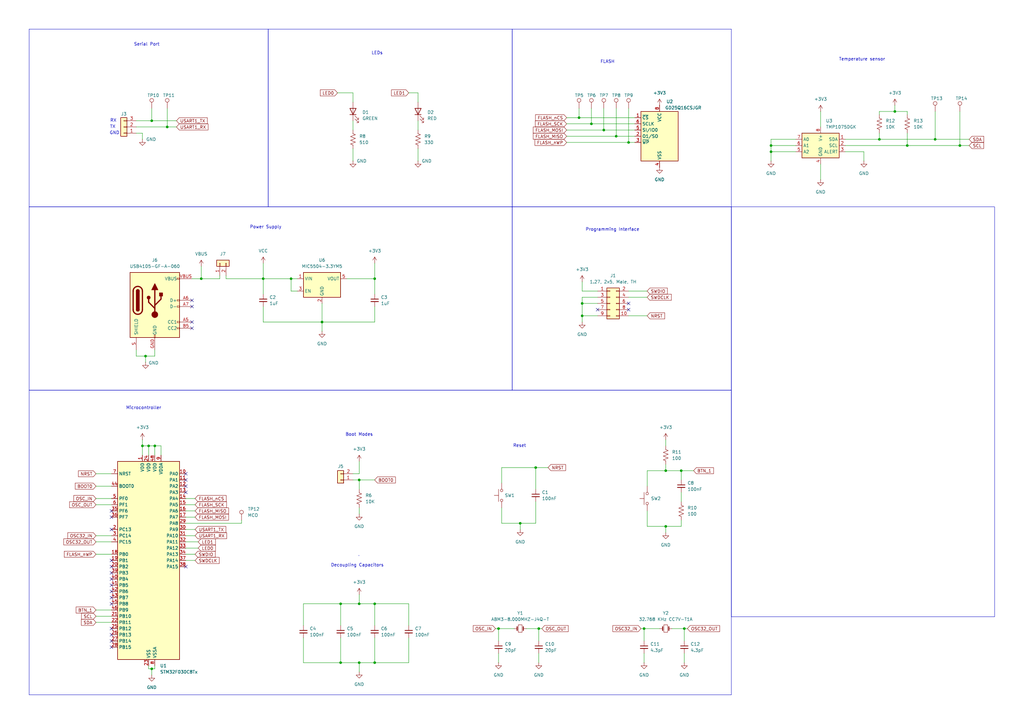
<source format=kicad_sch>
(kicad_sch (version 20250114) (generator "eeschema") (generator_version "9.0")
  (paper "A3")
  (title_block (title "Temperature Logger - TempLog - V0") (date "2025-03-17") (rev "Rev1") (company "Uri Tech"))
  (rectangle (start 109.982 11.938) (end 210.058 84.836))
  (rectangle (start 11.938 84.836) (end 210.058 160.02))
  (rectangle (start 11.938 11.938) (end 109.982 84.836))
  (rectangle (start 299.974 84.836) (end 407.924 252.984))
  (rectangle (start 11.938 160.02) (end 299.974 284.988))
  (rectangle (start 210.058 84.836) (end 299.974 160.02))
  (rectangle (start 210.058 11.938) (end 299.974 84.836))
  (text "Power Supply" (at 108.966 93.218 0) (effects (font (size 1.27 1.27))))
  (text "Programming Interface" (at 251.206 94.234 0) (effects (font (size 1.27 1.27))))
  (text "GND" (at 46.99 54.61 0) (effects (font (size 1.27 1.27))))
  (text "LEDs" (at 154.686 21.844 0) (effects (font (size 1.27 1.27))))
  (text "Microcontroller" (at 58.928 167.386 0) (effects (font (size 1.27 1.27))))
  (text "Decoupling Capacitors" (at 146.558 231.902 0) (effects (font (size 1.27 1.27))))
  (text "TX" (at 46.228 52.07 0) (effects (font (size 1.27 1.27))))
  (text "RX" (at 46.482 49.53 0) (effects (font (size 1.27 1.27))))
  (text "Boot Modes" (at 147.32 178.308 0) (effects (font (size 1.27 1.27))))
  (text "Serial Port" (at 60.198 18.288 0) (effects (font (size 1.27 1.27))))
  (text "Temperature sensor" (at 353.568 24.384 0) (effects (font (size 1.27 1.27))))
  (text "FLASH" (at 249.174 25.4 0) (effects (font (size 1.27 1.27))))
  (text "Reset" (at 213.106 182.88 0) (effects (font (size 1.27 1.27))))
  (junction (at 204.47 257.81))
  (junction (at 238.76 129.54))
  (junction (at 316.23 59.69))
  (junction (at 147.32 247.65))
  (junction (at 247.65 53.34))
  (junction (at 238.76 124.46))
  (junction (at 393.7 59.69))
  (junction (at 372.11 59.69))
  (junction (at 58.42 182.88))
  (junction (at 219.71 191.77))
  (junction (at 220.98 257.81))
  (junction (at 68.58 52.07))
  (junction (at 237.49 48.26))
  (junction (at 139.7 271.78))
  (junction (at 60.96 182.88))
  (junction (at 62.23 49.53))
  (junction (at 107.95 114.3))
  (junction (at 153.67 271.78))
  (junction (at 82.55 114.3))
  (junction (at 242.57 50.8))
  (junction (at 132.08 132.08))
  (junction (at 147.32 196.85))
  (junction (at 252.73 55.88))
  (junction (at 139.7 247.65))
  (junction (at 280.67 257.81))
  (junction (at 153.67 247.65))
  (junction (at 257.81 58.42))
  (junction (at 213.36 214.63))
  (junction (at 273.05 193.04))
  (junction (at 62.23 274.32))
  (junction (at 279.4 193.04))
  (junction (at 264.16 257.81))
  (junction (at 63.5 182.88))
  (junction (at 316.23 62.23))
  (junction (at 153.67 114.3))
  (junction (at 119.38 114.3))
  (junction (at 59.69 146.05))
  (junction (at 147.32 271.78))
  (junction (at 367.03 45.72))
  (junction (at 360.68 57.15))
  (junction (at 273.05 215.9))
  (junction (at 383.54 57.15))
  (no_connect (at 45.72 260.35))
  (no_connect (at 45.72 229.87))
  (no_connect (at 45.72 232.41))
  (no_connect (at 76.2 201.93))
  (no_connect (at 76.2 196.85))
  (no_connect (at 76.2 199.39))
  (no_connect (at 45.72 209.55))
  (no_connect (at 45.72 262.89))
  (no_connect (at 245.11 127))
  (no_connect (at 45.72 234.95))
  (no_connect (at 45.72 217.17))
  (no_connect (at 257.81 124.46))
  (no_connect (at 45.72 242.57))
  (no_connect (at 45.72 257.81))
  (no_connect (at 45.72 245.11))
  (no_connect (at 78.74 132.08))
  (no_connect (at 78.74 134.62))
  (no_connect (at 45.72 247.65))
  (no_connect (at 257.81 127))
  (no_connect (at 45.72 212.09))
  (no_connect (at 78.74 123.19))
  (no_connect (at 76.2 232.41))
  (no_connect (at 45.72 237.49))
  (no_connect (at 45.72 240.03))
  (no_connect (at 45.72 265.43))
  (no_connect (at 76.2 194.31))
  (no_connect (at 78.74 125.73))
  (wire (pts (xy 39.37 199.39) (xy 45.72 199.39)))
  (wire (pts (xy 76.2 204.47) (xy 80.01 204.47)))
  (wire (pts (xy 55.88 146.05) (xy 59.69 146.05)))
  (wire (pts (xy 121.92 114.3) (xy 119.38 114.3)))
  (wire (pts (xy 242.57 44.45) (xy 242.57 50.8)))
  (wire (pts (xy 119.38 119.38) (xy 119.38 114.3)))
  (wire (pts (xy 62.23 49.53) (xy 72.39 49.53)))
  (wire (pts (xy 280.67 257.81) (xy 280.67 262.89)))
  (wire (pts (xy 238.76 124.46) (xy 238.76 129.54)))
  (wire (pts (xy 124.46 271.78) (xy 139.7 271.78)))
  (wire (pts (xy 107.95 114.3) (xy 107.95 120.65)))
  (wire (pts (xy 78.74 114.3) (xy 82.55 114.3)))
  (wire (pts (xy 346.71 62.23) (xy 354.33 62.23)))
  (wire (pts (xy 144.78 49.53) (xy 144.78 53.34)))
  (wire (pts (xy 232.41 58.42) (xy 257.81 58.42)))
  (wire (pts (xy 39.37 252.73) (xy 45.72 252.73)))
  (wire (pts (xy 60.96 273.05) (xy 60.96 274.32)))
  (wire (pts (xy 262.89 257.81) (xy 264.16 257.81)))
  (wire (pts (xy 63.5 143.51) (xy 63.5 146.05)))
  (wire (pts (xy 58.42 182.88) (xy 58.42 186.69)))
  (wire (pts (xy 107.95 125.73) (xy 107.95 132.08)))
  (wire (pts (xy 257.81 129.54) (xy 265.43 129.54)))
  (wire (pts (xy 372.11 45.72) (xy 367.03 45.72)))
  (wire (pts (xy 360.68 57.15) (xy 383.54 57.15)))
  (wire (pts (xy 39.37 194.31) (xy 45.72 194.31)))
  (wire (pts (xy 205.74 198.12) (xy 205.74 191.77)))
  (wire (pts (xy 247.65 53.34) (xy 260.35 53.34)))
  (wire (pts (xy 279.4 201.93) (xy 279.4 205.74)))
  (wire (pts (xy 153.67 125.73) (xy 153.67 132.08)))
  (wire (pts (xy 383.54 57.15) (xy 397.51 57.15)))
  (wire (pts (xy 124.46 247.65) (xy 139.7 247.65)))
  (wire (pts (xy 316.23 62.23) (xy 326.39 62.23)))
  (wire (pts (xy 279.4 213.36) (xy 279.4 215.9)))
  (wire (pts (xy 265.43 209.55) (xy 265.43 215.9)))
  (wire (pts (xy 39.37 250.19) (xy 45.72 250.19)))
  (wire (pts (xy 273.05 180.34) (xy 273.05 182.88)))
  (wire (pts (xy 273.05 215.9) (xy 273.05 218.44)))
  (wire (pts (xy 265.43 193.04) (xy 273.05 193.04)))
  (wire (pts (xy 264.16 257.81) (xy 264.16 262.89)))
  (wire (pts (xy 92.71 113.03) (xy 92.71 114.3)))
  (wire (pts (xy 121.92 119.38) (xy 119.38 119.38)))
  (wire (pts (xy 58.42 180.34) (xy 58.42 182.88)))
  (wire (pts (xy 76.2 209.55) (xy 80.01 209.55)))
  (wire (pts (xy 147.32 196.85) (xy 147.32 200.66)))
  (wire (pts (xy 107.95 107.95) (xy 107.95 114.3)))
  (wire (pts (xy 203.2 257.81) (xy 204.47 257.81)))
  (wire (pts (xy 60.96 182.88) (xy 60.96 186.69)))
  (wire (pts (xy 92.71 114.3) (xy 107.95 114.3)))
  (wire (pts (xy 59.69 146.05) (xy 59.69 148.59)))
  (wire (pts (xy 326.39 57.15) (xy 316.23 57.15)))
  (wire (pts (xy 147.32 196.85) (xy 153.67 196.85)))
  (wire (pts (xy 346.71 59.69) (xy 372.11 59.69)))
  (wire (pts (xy 238.76 119.38) (xy 245.11 119.38)))
  (wire (pts (xy 238.76 124.46) (xy 245.11 124.46)))
  (wire (pts (xy 372.11 46.99) (xy 372.11 45.72)))
  (wire (pts (xy 76.2 219.71) (xy 80.01 219.71)))
  (wire (pts (xy 354.33 66.04) (xy 354.33 62.23)))
  (wire (pts (xy 219.71 191.77) (xy 224.79 191.77)))
  (wire (pts (xy 153.67 271.78) (xy 167.64 271.78)))
  (wire (pts (xy 232.41 50.8) (xy 242.57 50.8)))
  (wire (pts (xy 238.76 121.92) (xy 238.76 124.46)))
  (wire (pts (xy 242.57 50.8) (xy 260.35 50.8)))
  (wire (pts (xy 39.37 219.71) (xy 45.72 219.71)))
  (wire (pts (xy 82.55 109.22) (xy 82.55 114.3)))
  (wire (pts (xy 144.78 196.85) (xy 147.32 196.85)))
  (wire (pts (xy 58.42 57.15) (xy 58.42 54.61)))
  (wire (pts (xy 219.71 205.74) (xy 219.71 214.63)))
  (wire (pts (xy 393.7 45.72) (xy 393.7 59.69)))
  (wire (pts (xy 76.2 224.79) (xy 81.28 224.79)))
  (wire (pts (xy 63.5 273.05) (xy 63.5 274.32)))
  (wire (pts (xy 265.43 199.39) (xy 265.43 193.04)))
  (wire (pts (xy 238.76 129.54) (xy 238.76 132.08)))
  (wire (pts (xy 280.67 257.81) (xy 275.59 257.81)))
  (wire (pts (xy 147.32 208.28) (xy 147.32 210.82)))
  (wire (pts (xy 213.36 214.63) (xy 219.71 214.63)))
  (wire (pts (xy 247.65 44.45) (xy 247.65 53.34)))
  (wire (pts (xy 68.58 44.45) (xy 68.58 52.07)))
  (wire (pts (xy 220.98 267.97) (xy 220.98 271.78)))
  (wire (pts (xy 153.67 247.65) (xy 153.67 256.54)))
  (wire (pts (xy 232.41 48.26) (xy 237.49 48.26)))
  (wire (pts (xy 264.16 267.97) (xy 264.16 271.78)))
  (wire (pts (xy 132.08 124.46) (xy 132.08 132.08)))
  (wire (pts (xy 257.81 44.45) (xy 257.81 58.42)))
  (wire (pts (xy 238.76 119.38) (xy 238.76 115.57)))
  (wire (pts (xy 383.54 45.72) (xy 383.54 57.15)))
  (wire (pts (xy 63.5 182.88) (xy 63.5 186.69)))
  (wire (pts (xy 82.55 114.3) (xy 90.17 114.3)))
  (wire (pts (xy 144.78 194.31) (xy 147.32 194.31)))
  (wire (pts (xy 153.67 107.95) (xy 153.67 114.3)))
  (wire (pts (xy 58.42 54.61) (xy 55.88 54.61)))
  (wire (pts (xy 153.67 114.3) (xy 153.67 120.65)))
  (wire (pts (xy 265.43 215.9) (xy 273.05 215.9)))
  (wire (pts (xy 316.23 57.15) (xy 316.23 59.69)))
  (wire (pts (xy 58.42 182.88) (xy 60.96 182.88)))
  (wire (pts (xy 220.98 257.81) (xy 220.98 262.89)))
  (wire (pts (xy 119.38 114.3) (xy 107.95 114.3)))
  (wire (pts (xy 204.47 267.97) (xy 204.47 271.78)))
  (wire (pts (xy 139.7 247.65) (xy 139.7 256.54)))
  (wire (pts (xy 219.71 191.77) (xy 219.71 200.66)))
  (wire (pts (xy 316.23 66.04) (xy 316.23 62.23)))
  (wire (pts (xy 39.37 255.27) (xy 45.72 255.27)))
  (polyline (pts (xy 147.066 227.838) (xy 147.32 227.838)))
  (wire (pts (xy 205.74 214.63) (xy 213.36 214.63)))
  (wire (pts (xy 76.2 212.09) (xy 80.01 212.09)))
  (wire (pts (xy 144.78 38.1) (xy 138.43 38.1)))
  (wire (pts (xy 171.45 49.53) (xy 171.45 53.34)))
  (wire (pts (xy 147.32 247.65) (xy 139.7 247.65)))
  (wire (pts (xy 55.88 49.53) (xy 62.23 49.53)))
  (wire (pts (xy 76.2 214.63) (xy 99.06 214.63)))
  (wire (pts (xy 280.67 267.97) (xy 280.67 271.78)))
  (wire (pts (xy 144.78 60.96) (xy 144.78 66.04)))
  (wire (pts (xy 257.81 119.38) (xy 265.43 119.38)))
  (wire (pts (xy 139.7 261.62) (xy 139.7 271.78)))
  (wire (pts (xy 252.73 55.88) (xy 260.35 55.88)))
  (wire (pts (xy 237.49 48.26) (xy 260.35 48.26)))
  (wire (pts (xy 215.9 257.81) (xy 220.98 257.81)))
  (wire (pts (xy 372.11 59.69) (xy 393.7 59.69)))
  (wire (pts (xy 153.67 247.65) (xy 147.32 247.65)))
  (wire (pts (xy 142.24 114.3) (xy 153.67 114.3)))
  (wire (pts (xy 346.71 57.15) (xy 360.68 57.15)))
  (wire (pts (xy 124.46 261.62) (xy 124.46 271.78)))
  (wire (pts (xy 147.32 189.23) (xy 147.32 194.31)))
  (wire (pts (xy 252.73 44.45) (xy 252.73 55.88)))
  (wire (pts (xy 39.37 222.25) (xy 45.72 222.25)))
  (wire (pts (xy 205.74 208.28) (xy 205.74 214.63)))
  (wire (pts (xy 60.96 182.88) (xy 63.5 182.88)))
  (wire (pts (xy 280.67 257.81) (xy 281.94 257.81)))
  (wire (pts (xy 257.81 58.42) (xy 260.35 58.42)))
  (wire (pts (xy 39.37 227.33) (xy 45.72 227.33)))
  (wire (pts (xy 220.98 257.81) (xy 222.25 257.81)))
  (wire (pts (xy 153.67 261.62) (xy 153.67 271.78)))
  (wire (pts (xy 139.7 271.78) (xy 147.32 271.78)))
  (wire (pts (xy 90.17 114.3) (xy 90.17 113.03)))
  (wire (pts (xy 336.55 67.31) (xy 336.55 73.66)))
  (wire (pts (xy 171.45 38.1) (xy 167.64 38.1)))
  (wire (pts (xy 393.7 59.69) (xy 397.51 59.69)))
  (wire (pts (xy 55.88 52.07) (xy 68.58 52.07)))
  (wire (pts (xy 62.23 44.45) (xy 62.23 49.53)))
  (wire (pts (xy 336.55 45.72) (xy 336.55 52.07)))
  (wire (pts (xy 232.41 53.34) (xy 247.65 53.34)))
  (wire (pts (xy 326.39 59.69) (xy 316.23 59.69)))
  (wire (pts (xy 360.68 46.99) (xy 360.68 45.72)))
  (wire (pts (xy 60.96 274.32) (xy 62.23 274.32)))
  (wire (pts (xy 39.37 207.01) (xy 45.72 207.01)))
  (wire (pts (xy 171.45 60.96) (xy 171.45 66.04)))
  (wire (pts (xy 238.76 129.54) (xy 245.11 129.54)))
  (wire (pts (xy 204.47 257.81) (xy 204.47 262.89)))
  (wire (pts (xy 237.49 44.45) (xy 237.49 48.26)))
  (wire (pts (xy 372.11 54.61) (xy 372.11 59.69)))
  (wire (pts (xy 132.08 132.08) (xy 132.08 135.89)))
  (wire (pts (xy 147.32 271.78) (xy 147.32 275.59)))
  (wire (pts (xy 68.58 52.07) (xy 72.39 52.07)))
  (wire (pts (xy 144.78 41.91) (xy 144.78 38.1)))
  (wire (pts (xy 59.69 146.05) (xy 63.5 146.05)))
  (wire (pts (xy 167.64 261.62) (xy 167.64 271.78)))
  (wire (pts (xy 99.06 214.63) (xy 99.06 213.36)))
  (wire (pts (xy 132.08 132.08) (xy 153.67 132.08)))
  (wire (pts (xy 316.23 59.69) (xy 316.23 62.23)))
  (wire (pts (xy 245.11 121.92) (xy 238.76 121.92)))
  (wire (pts (xy 76.2 222.25) (xy 81.28 222.25)))
  (wire (pts (xy 147.32 243.84) (xy 147.32 247.65)))
  (wire (pts (xy 279.4 193.04) (xy 284.48 193.04)))
  (wire (pts (xy 360.68 54.61) (xy 360.68 57.15)))
  (wire (pts (xy 264.16 257.81) (xy 270.51 257.81)))
  (wire (pts (xy 107.95 132.08) (xy 132.08 132.08)))
  (wire (pts (xy 367.03 45.72) (xy 367.03 43.18)))
  (wire (pts (xy 232.41 55.88) (xy 252.73 55.88)))
  (wire (pts (xy 279.4 193.04) (xy 279.4 196.85)))
  (wire (pts (xy 171.45 41.91) (xy 171.45 38.1)))
  (wire (pts (xy 76.2 227.33) (xy 80.01 227.33)))
  (wire (pts (xy 273.05 190.5) (xy 273.05 193.04)))
  (wire (pts (xy 360.68 45.72) (xy 367.03 45.72)))
  (wire (pts (xy 62.23 274.32) (xy 62.23 276.86)))
  (wire (pts (xy 204.47 257.81) (xy 210.82 257.81)))
  (wire (pts (xy 147.32 271.78) (xy 153.67 271.78)))
  (wire (pts (xy 205.74 191.77) (xy 219.71 191.77)))
  (wire (pts (xy 153.67 247.65) (xy 167.64 247.65)))
  (wire (pts (xy 63.5 182.88) (xy 66.04 182.88)))
  (wire (pts (xy 76.2 217.17) (xy 80.01 217.17)))
  (wire (pts (xy 62.23 274.32) (xy 63.5 274.32)))
  (wire (pts (xy 124.46 247.65) (xy 124.46 256.54)))
  (wire (pts (xy 273.05 215.9) (xy 279.4 215.9)))
  (wire (pts (xy 167.64 247.65) (xy 167.64 256.54)))
  (wire (pts (xy 257.81 121.92) (xy 265.43 121.92)))
  (wire (pts (xy 213.36 214.63) (xy 213.36 217.17)))
  (wire (pts (xy 273.05 193.04) (xy 279.4 193.04)))
  (wire (pts (xy 76.2 229.87) (xy 80.01 229.87)))
  (wire (pts (xy 76.2 207.01) (xy 80.01 207.01)))
  (wire (pts (xy 66.04 182.88) (xy 66.04 186.69)))
  (wire (pts (xy 55.88 143.51) (xy 55.88 146.05)))
  (wire (pts (xy 39.37 204.47) (xy 45.72 204.47)))
  (global_label "USART1_RX" (shape input) (at 72.39 52.07 0) (property "Intersheetrefs" "${INTERSHEET_REFS}" (effects (hide yes))))
  (global_label "FLASH_MOSI" (shape input) (at 232.41 53.34 180) (property "Intersheetrefs" "${INTERSHEET_REFS}" (effects (hide yes))))
  (global_label "BTN_1" (shape input) (at 284.48 193.04 0) (property "Intersheetrefs" "${INTERSHEET_REFS}" (effects (hide yes))))
  (global_label "USART1_TX" (shape input) (at 72.39 49.53 0) (property "Intersheetrefs" "${INTERSHEET_REFS}" (effects (hide yes))))
  (global_label "LED0" (shape input) (at 81.28 224.79 0) (property "Intersheetrefs" "${INTERSHEET_REFS}" (effects (hide yes))))
  (global_label "OSC32_OUT" (shape input) (at 281.94 257.81 0) (property "Intersheetrefs" "${INTERSHEET_REFS}" (effects (hide yes))))
  (global_label "OSC_OUT" (shape input) (at 222.25 257.81 0) (property "Intersheetrefs" "${INTERSHEET_REFS}" (effects (hide yes))))
  (global_label "OSC_IN" (shape input) (at 203.2 257.81 180) (property "Intersheetrefs" "${INTERSHEET_REFS}" (effects (hide yes))))
  (global_label "BOOT0" (shape input) (at 153.67 196.85 0) (property "Intersheetrefs" "${INTERSHEET_REFS}" (effects (hide yes))))
  (global_label "NRST" (shape input) (at 39.37 194.31 180) (property "Intersheetrefs" "${INTERSHEET_REFS}" (effects (hide yes))))
  (global_label "SWDCLK" (shape input) (at 265.43 121.92 0) (property "Intersheetrefs" "${INTERSHEET_REFS}" (effects (hide yes))))
  (global_label "LED1" (shape input) (at 167.64 38.1 180) (property "Intersheetrefs" "${INTERSHEET_REFS}" (effects (hide yes))))
  (global_label "NRST" (shape input) (at 265.43 129.54 0) (property "Intersheetrefs" "${INTERSHEET_REFS}" (effects (hide yes))))
  (global_label "OSC_OUT" (shape input) (at 39.37 207.01 180) (property "Intersheetrefs" "${INTERSHEET_REFS}" (effects (hide yes))))
  (global_label "USART1_RX" (shape input) (at 80.01 219.71 0) (property "Intersheetrefs" "${INTERSHEET_REFS}" (effects (hide yes))))
  (global_label "OSC_IN" (shape input) (at 39.37 204.47 180) (property "Intersheetrefs" "${INTERSHEET_REFS}" (effects (hide yes))))
  (global_label "FLASH_SCK" (shape input) (at 80.01 207.01 0) (property "Intersheetrefs" "${INTERSHEET_REFS}" (effects (hide yes))))
  (global_label "SDA" (shape input) (at 39.37 255.27 180) (property "Intersheetrefs" "${INTERSHEET_REFS}" (effects (hide yes))))
  (global_label "BTN_1" (shape input) (at 39.37 250.19 180) (property "Intersheetrefs" "${INTERSHEET_REFS}" (effects (hide yes))))
  (global_label "SDA" (shape input) (at 397.51 57.15 0) (property "Intersheetrefs" "${INTERSHEET_REFS}" (effects (hide yes))))
  (global_label "FLASH_MISO" (shape input) (at 232.41 55.88 180) (property "Intersheetrefs" "${INTERSHEET_REFS}" (effects (hide yes))))
  (global_label "FLASH_nWP" (shape input) (at 39.37 227.33 180) (property "Intersheetrefs" "${INTERSHEET_REFS}" (effects (hide yes))))
  (global_label "FLASH_nCS" (shape input) (at 80.01 204.47 0) (property "Intersheetrefs" "${INTERSHEET_REFS}" (effects (hide yes))))
  (global_label "SCL" (shape input) (at 39.37 252.73 180) (property "Intersheetrefs" "${INTERSHEET_REFS}" (effects (hide yes))))
  (global_label "OSC32_IN" (shape input) (at 262.89 257.81 180) (property "Intersheetrefs" "${INTERSHEET_REFS}" (effects (hide yes))))
  (global_label "SCL" (shape input) (at 397.51 59.69 0) (property "Intersheetrefs" "${INTERSHEET_REFS}" (effects (hide yes))))
  (global_label "SWDCLK" (shape input) (at 80.01 229.87 0) (property "Intersheetrefs" "${INTERSHEET_REFS}" (effects (hide yes))))
  (global_label "NRST" (shape input) (at 224.79 191.77 0) (property "Intersheetrefs" "${INTERSHEET_REFS}" (effects (hide yes))))
  (global_label "FLASH_nCS" (shape input) (at 232.41 48.26 180) (property "Intersheetrefs" "${INTERSHEET_REFS}" (effects (hide yes))))
  (global_label "BOOT0" (shape input) (at 39.37 199.39 180) (property "Intersheetrefs" "${INTERSHEET_REFS}" (effects (hide yes))))
  (global_label "OSC32_IN" (shape input) (at 39.37 219.71 180) (property "Intersheetrefs" "${INTERSHEET_REFS}" (effects (hide yes))))
  (global_label "OSC32_OUT" (shape input) (at 39.37 222.25 180) (property "Intersheetrefs" "${INTERSHEET_REFS}" (effects (hide yes))))
  (global_label "SWDIO" (shape input) (at 80.01 227.33 0) (property "Intersheetrefs" "${INTERSHEET_REFS}" (effects (hide yes))))
  (global_label "FLASH_nWP" (shape input) (at 232.41 58.42 180) (property "Intersheetrefs" "${INTERSHEET_REFS}" (effects (hide yes))))
  (global_label "LED0" (shape input) (at 138.43 38.1 180) (property "Intersheetrefs" "${INTERSHEET_REFS}" (effects (hide yes))))
  (global_label "USART1_TX" (shape input) (at 80.01 217.17 0) (property "Intersheetrefs" "${INTERSHEET_REFS}" (effects (hide yes))))
  (global_label "FLASH_MISO" (shape input) (at 80.01 209.55 0) (property "Intersheetrefs" "${INTERSHEET_REFS}" (effects (hide yes))))
  (global_label "LED1" (shape input) (at 81.28 222.25 0) (property "Intersheetrefs" "${INTERSHEET_REFS}" (effects (hide yes))))
  (global_label "FLASH_MOSI" (shape input) (at 80.01 212.09 0) (property "Intersheetrefs" "${INTERSHEET_REFS}" (effects (hide yes))))
  (global_label "SWDIO" (shape input) (at 265.43 119.38 0) (property "Intersheetrefs" "${INTERSHEET_REFS}" (effects (hide yes))))
  (global_label "FLASH_SCK" (shape input) (at 232.41 50.8 180) (property "Intersheetrefs" "${INTERSHEET_REFS}" (effects (hide yes))))
  (symbol (lib_id "Connector_Generic:Conn_01x03") (at 50.8 52.07 180) (unit 1)
    (property "Reference" "J3" (at 50.8 46.736 0))
    (property "Value" "Conn_01x03" (effects (hide yes)))
    (property "Footprint" "Connector_PinHeader_2.54mm:PinHeader_1x03_P2.54mm_Vertical" (effects (hide yes)))
    (property "Description" "Generic connector, single row, 01x03, script generated (kicad-library-utils/schlib/autogen/connector/)" (effects (hide yes)))
    (property "Mfg Part#" "PH1-03-UA" (effects (hide yes)))
  )
  (symbol (lib_name "USB_C_Receptacle_1") (lib_id "SparkFun-Connector:USB_C_Receptacle") (at 63.5 123.19 0) (unit 1)
    (property "Reference" "J6" (at 63.5 106.68 0))
    (property "Value" "USB4105-GF-A-060" (at 63.5 109.22 0))
    (property "Footprint" "SparkFun-Connector:USB-C_16" (effects (hide yes)))
    (property "Datasheet" "https://www.usb.org/sites/default/files/documents/usb_type-c.zip" (effects (hide yes)))
    (property "Description" "USB 2.0-only Type-C Receptacle connector" (effects (hide yes)))
    (property "PROD_ID" "CONN-14122" (effects (hide yes)))
    (property "Mfg Part#" "USB4105-GF-A-060" (effects (hide yes)))
  )
  (symbol (lib_id "power:+3V3") (at 238.76 115.57 0) (unit 1)
    (property "Reference" "#PWR027" (effects (hide yes)))
    (property "Value" "+3V3" (at 238.76 110.49 0))
    (property "Description" "Power symbol creates a global label with name \"+3V3\"" (effects (hide yes)))
  )
  (symbol (lib_id "Regulator_Linear:MIC5504-3.3YM5") (at 132.08 116.84 0) (unit 1)
    (property "Reference" "U6" (at 132.08 106.68 0))
    (property "Value" "MIC5504-3.3YM5" (at 132.08 109.22 0))
    (property "Footprint" "Package_TO_SOT_SMD:SOT-23-5" (effects (hide yes)))
    (property "Datasheet" "http://ww1.microchip.com/downloads/en/DeviceDoc/MIC550X.pdf" (effects (hide yes)))
    (property "Description" "300mA Low-dropout Voltage Regulator, Vout 3.3V, Vin up to 5.5V, SOT-23" (effects (hide yes)))
    (property "Mfg Part#" "MIC5504-3.3YM5-TR" (effects (hide yes)))
  )
  (symbol (lib_id "Device:R_US") (at 372.11 50.8 0) (unit 1)
    (property "Reference" "R13" (at 374.65 49.5299 0) (effects (justify left)))
    (property "Value" "10K" (at 374.65 52.0699 0) (effects (justify left)))
    (property "Footprint" "Resistor_SMD:R_0805_2012Metric" (effects (hide yes)))
    (property "Description" "Resistor, US symbol" (effects (hide yes)))
    (property "Mfg Part#" "ERJ-6GEYJ103V" (effects (hide yes)))
  )
  (symbol (lib_id "Device:C_Small") (at 107.95 123.19 0) (unit 1)
    (property "Reference" "C2" (at 110.49 121.9262 0) (effects (justify left)))
    (property "Value" "1uF" (at 110.49 124.4662 0) (effects (justify left)))
    (property "Footprint" "Capacitor_SMD:C_0805_2012Metric" (effects (hide yes)))
    (property "Description" "Unpolarized capacitor, small symbol" (effects (hide yes)))
    (property "Mfg Part#" "GRM21BR71A105KA01L" (effects (hide yes)))
  )
  (symbol (lib_id "Device:C_Small") (at 220.98 265.43 0) (unit 1)
    (property "Reference" "C10" (at 223.52 264.1662 0) (effects (justify left)))
    (property "Value" "20pF" (at 223.52 266.7062 0) (effects (justify left)))
    (property "Footprint" "Capacitor_SMD:C_0805_2012Metric" (effects (hide yes)))
    (property "Description" "Unpolarized capacitor, small symbol" (effects (hide yes)))
    (property "Mfg Part#" "GQM2195C2E200JB12D" (effects (hide yes)))
  )
  (symbol (lib_id "Device:R_US") (at 147.32 204.47 180) (unit 1)
    (property "Reference" "R6" (at 149.86 203.1999 0) (effects (justify right)))
    (property "Value" "10K" (at 149.86 205.7399 0) (effects (justify right)))
    (property "Footprint" "Resistor_SMD:R_0805_2012Metric" (effects (hide yes)))
    (property "Description" "Resistor, US symbol" (effects (hide yes)))
    (property "Mfg Part#" "ERJ-6GEYJ103V" (effects (hide yes)))
  )
  (symbol (lib_id "power:GND") (at 171.45 66.04 0) (unit 1)
    (property "Reference" "#PWR020" (effects (hide yes)))
    (property "Value" "GND" (at 175.006 66.04 0))
    (property "Description" "Power symbol creates a global label with name \"GND\" , ground" (effects (hide yes)))
  )
  (symbol (lib_id "Connector_Generic:Conn_01x02") (at 90.17 107.95 90) (unit 1)
    (property "Reference" "J7" (at 91.44 104.14 90))
    (property "Value" "Conn_01x02" (effects (hide yes)))
    (property "Footprint" "Connector_PinHeader_2.54mm:PinHeader_1x02_P2.54mm_Vertical" (effects (hide yes)))
    (property "Description" "Generic connector, single row, 01x02, script generated (kicad-library-utils/schlib/autogen/connector/)" (effects (hide yes)))
    (property "Mfg Part#" "PH1-02-UA" (effects (hide yes)))
  )
  (symbol (lib_name "SPST_Push_SMD_4.6x2.8mm_h1.9mm_1") (lib_id "SparkFun-Switch:SPST_Push_SMD_4.6x2.8mm_h1.9mm") (at 205.74 203.2 90) (unit 1)
    (property "Reference" "SW1" (at 207.01 203.2 90) (effects (justify right)))
    (property "Value" "SMD_4.6x2.8mm_h1.9mm" (effects (hide yes)))
    (property "Footprint" "SparkFun-Switch:Push_SMD_4.6x2.8mm_h1.9mm" (effects (hide yes)))
    (property "Datasheet" "https://www.ckswitches.com/media/1479/kmr2.pdf" (effects (hide yes)))
    (property "Description" "Single Pole Single Throw (SPST) switch" (effects (hide yes)))
    (property "PROD_ID" "SWCH-13065" (effects (hide yes)))
    (property "Mfg Part#" "KMR441G LFS" (effects (hide yes)))
  )
  (symbol (lib_id "Device:C_Small") (at 167.64 259.08 0) (unit 1)
    (property "Reference" "C7" (at 170.18 257.8162 0) (effects (justify left)))
    (property "Value" "100nF" (at 170.18 260.3562 0) (effects (justify left)))
    (property "Footprint" "Capacitor_SMD:C_0805_2012Metric" (effects (hide yes)))
    (property "Description" "Unpolarized capacitor, small symbol" (effects (hide yes)))
    (property "Mfg Part#" "GCJ21BR72A104KA01L" (effects (hide yes)))
  )
  (symbol (lib_id "power:VCC") (at 82.55 109.22 0) (unit 1)
    (property "Reference" "#PWR015" (effects (hide yes)))
    (property "Value" "VBUS" (at 82.55 104.14 0))
    (property "Description" "Power symbol creates a global label with name \"VCC\"" (effects (hide yes)))
  )
  (symbol (lib_id "Connector:TestPoint") (at 257.81 44.45 0) (unit 1) (in_bom no)
    (property "Reference" "TP9" (at 256.032 39.116 0) (effects (justify left)))
    (property "Value" "TestPoint" (effects (hide yes)))
    (property "Footprint" "TestPoint:TestPoint_Pad_D1.0mm" (effects (hide yes)))
    (property "Description" "test point" (effects (hide yes)))
  )
  (symbol (lib_id "power:GND") (at 59.69 148.59 0) (unit 1)
    (property "Reference" "#PWR012" (effects (hide yes)))
    (property "Value" "GND" (at 62.992 148.844 0))
    (property "Description" "Power symbol creates a global label with name \"GND\" , ground" (effects (hide yes)))
  )
  (symbol (lib_id "Connector:TestPoint") (at 383.54 45.72 0) (unit 1) (in_bom no)
    (property "Reference" "TP13" (at 381.762 40.386 0) (effects (justify left)))
    (property "Value" "TestPoint" (effects (hide yes)))
    (property "Footprint" "TestPoint:TestPoint_Pad_D1.0mm" (effects (hide yes)))
    (property "Description" "test point" (effects (hide yes)))
  )
  (symbol (lib_id "power:GND") (at 144.78 66.04 0) (unit 1)
    (property "Reference" "#PWR019" (effects (hide yes)))
    (property "Value" "GND" (at 148.336 66.04 0))
    (property "Description" "Power symbol creates a global label with name \"GND\" , ground" (effects (hide yes)))
  )
  (symbol (lib_id "Device:C_Small") (at 153.67 123.19 0) (unit 1)
    (property "Reference" "C3" (at 156.21 121.9262 0) (effects (justify left)))
    (property "Value" "1uF" (at 156.21 124.4662 0) (effects (justify left)))
    (property "Footprint" "Capacitor_SMD:C_0805_2012Metric" (effects (hide yes)))
    (property "Description" "Unpolarized capacitor, small symbol" (effects (hide yes)))
    (property "Mfg Part#" "GRM21BR71A105KA01L" (effects (hide yes)))
  )
  (symbol (lib_id "Device:R_US") (at 273.05 186.69 0) (unit 1)
    (property "Reference" "R11" (at 275.59 185.4199 0) (effects (justify left)))
    (property "Value" "100" (at 275.59 187.9599 0) (effects (justify left)))
    (property "Footprint" "Resistor_SMD:R_0805_2012Metric" (effects (hide yes)))
    (property "Description" "Resistor, US symbol" (effects (hide yes)))
    (property "Mfg Part#" "ERJ-6GEYJ101V" (effects (hide yes)))
  )
  (symbol (lib_id "power:+3V3") (at 336.55 45.72 0) (unit 1)
    (property "Reference" "#PWR029" (effects (hide yes)))
    (property "Value" "+3V3" (at 336.55 40.64 0))
    (property "Description" "Power symbol creates a global label with name \"+3V3\"" (effects (hide yes)))
  )
  (symbol (lib_id "Connector:TestPoint") (at 62.23 44.45 0) (unit 1) (in_bom no)
    (property "Reference" "TP10" (at 60.452 39.116 0) (effects (justify left)))
    (property "Value" "TestPoint" (effects (hide yes)))
    (property "Footprint" "TestPoint:TestPoint_Pad_D1.0mm" (effects (hide yes)))
    (property "Description" "test point" (effects (hide yes)))
  )
  (symbol (lib_id "power:GND") (at 220.98 271.78 0) (unit 1)
    (property "Reference" "#PWR024" (effects (hide yes)))
    (property "Value" "GND" (at 220.98 276.86 0))
    (property "Description" "Power symbol creates a global label with name \"GND\" , ground" (effects (hide yes)))
  )
  (symbol (lib_id "SparkFun-Clock:Crystal") (at 213.36 257.81 0) (unit 1)
    (property "Reference" "Y1" (at 213.36 251.46 0))
    (property "Value" "ABM3-8.000MHZ-J4Q-T" (at 213.36 254 0))
    (property "Footprint" "Crystal:Crystal_SMD_5032-2Pin_5.0x3.2mm" (effects (hide yes)))
    (property "Description" "Crystal" (effects (hide yes)))
    (property "PROD_ID" "XTAL-" (effects (hide yes)))
    (property "Mfg Part#" "ABM3-8.000MHZ-J4Q-T" (effects (hide yes)))
  )
  (symbol (lib_id "power:GND") (at 204.47 271.78 0) (unit 1)
    (property "Reference" "#PWR023" (effects (hide yes)))
    (property "Value" "GND" (at 204.47 276.86 0))
    (property "Description" "Power symbol creates a global label with name \"GND\" , ground" (effects (hide yes)))
  )
  (symbol (lib_id "Device:C_Small") (at 124.46 259.08 0) (unit 1)
    (property "Reference" "C4" (at 127 257.8162 0) (effects (justify left)))
    (property "Value" "100nF" (at 127 260.3562 0) (effects (justify left)))
    (property "Footprint" "Capacitor_SMD:C_0805_2012Metric" (effects (hide yes)))
    (property "Description" "Unpolarized capacitor, small symbol" (effects (hide yes)))
    (property "Mfg Part#" "GCJ21BR72A104KA01L" (effects (hide yes)))
  )
  (symbol (lib_id "power:GND") (at 336.55 73.66 0) (unit 1)
    (property "Reference" "#PWR09" (effects (hide yes)))
    (property "Value" "GND" (at 336.55 78.74 0))
    (property "Description" "Power symbol creates a global label with name \"GND\" , ground" (effects (hide yes)))
  )
  (symbol (lib_id "Device:R_US") (at 360.68 50.8 0) (unit 1)
    (property "Reference" "R12" (at 363.22 49.5299 0) (effects (justify left)))
    (property "Value" "10K" (at 363.22 52.0699 0) (effects (justify left)))
    (property "Footprint" "Resistor_SMD:R_0805_2012Metric" (effects (hide yes)))
    (property "Description" "Resistor, US symbol" (effects (hide yes)))
    (property "Mfg Part#" "ERJ-6GEYJ103V" (effects (hide yes)))
  )
  (symbol (lib_id "Connector_Generic:Conn_01x02") (at 139.7 196.85 180) (unit 1)
    (property "Reference" "J5" (at 139.7 191.262 0))
    (property "Value" "Conn_01x02" (effects (hide yes)))
    (property "Footprint" "Connector_PinHeader_2.54mm:PinHeader_1x02_P2.54mm_Vertical" (effects (hide yes)))
    (property "Description" "Generic connector, single row, 01x02, script generated (kicad-library-utils/schlib/autogen/connector/)" (effects (hide yes)))
    (property "Mfg Part#" "PH1-02-UA" (effects (hide yes)))
  )
  (symbol (lib_id "power:GND") (at 316.23 66.04 0) (unit 1)
    (property "Reference" "#PWR013" (effects (hide yes)))
    (property "Value" "GND" (at 316.23 71.12 0))
    (property "Description" "Power symbol creates a global label with name \"GND\" , ground" (effects (hide yes)))
  )
  (symbol (lib_name "STM32F030C8Tx_1") (lib_id "MCU_ST_STM32F0:STM32F030C8Tx") (at 60.96 229.87 0) (unit 1)
    (property "Reference" "U1" (at 65.6433 273.05 0) (effects (justify left)))
    (property "Value" "STM32F030C8Tx" (at 65.6433 275.59 0) (effects (justify left)))
    (property "Footprint" "Package_QFP:LQFP-48_7x7mm_P0.5mm" (effects (hide yes)))
    (property "Datasheet" "https://www.st.com/resource/en/datasheet/stm32f030c8.pdf" (effects (hide yes)))
    (property "Description" "STMicroelectronics Arm Cortex-M0 MCU, 64KB flash, 8KB RAM, 48 MHz, 2.4-3.6V, 39 GPIO, LQFP48" (effects (hide yes)))
    (property "Mfg Part#" "STM32F030C8T6" (effects (hide yes)))
  )
  (symbol (lib_id "Device:C_Small") (at 204.47 265.43 0) (unit 1)
    (property "Reference" "C9" (at 207.01 264.1662 0) (effects (justify left)))
    (property "Value" "20pF" (at 207.01 266.7062 0) (effects (justify left)))
    (property "Footprint" "Capacitor_SMD:C_0805_2012Metric" (effects (hide yes)))
    (property "Description" "Unpolarized capacitor, small symbol" (effects (hide yes)))
    (property "Mfg Part#" "GQM2195C2E200JB12D" (effects (hide yes)))
  )
  (symbol (lib_id "Connector:TestPoint") (at 242.57 44.45 0) (unit 1) (in_bom no)
    (property "Reference" "TP6" (at 240.792 39.116 0) (effects (justify left)))
    (property "Value" "TestPoint" (effects (hide yes)))
    (property "Footprint" "TestPoint:TestPoint_Pad_D1.0mm" (effects (hide yes)))
    (property "Description" "test point" (effects (hide yes)))
  )
  (symbol (lib_id "Connector:TestPoint") (at 68.58 44.45 0) (unit 1) (in_bom no)
    (property "Reference" "TP11" (at 66.802 39.116 0) (effects (justify left)))
    (property "Value" "TestPoint" (effects (hide yes)))
    (property "Footprint" "TestPoint:TestPoint_Pad_D1.0mm" (effects (hide yes)))
    (property "Description" "test point" (effects (hide yes)))
  )
  (symbol (lib_id "Device:R_US") (at 279.4 209.55 0) (unit 1)
    (property "Reference" "R10" (at 281.94 208.2799 0) (effects (justify left)))
    (property "Value" "100" (at 281.94 210.8199 0) (effects (justify left)))
    (property "Footprint" "Resistor_SMD:R_0805_2012Metric" (effects (hide yes)))
    (property "Description" "Resistor, US symbol" (effects (hide yes)))
    (property "Mfg Part#" "ERJ-6GEYJ101V" (effects (hide yes)))
  )
  (symbol (lib_id "Connector_Generic:Conn_02x05_Odd_Even") (at 250.19 124.46 0) (unit 1)
    (property "Reference" "J1" (at 251.46 113.03 0))
    (property "Value" "1.27, 2x5, Male, TH" (at 251.46 115.57 0))
    (property "Footprint" "Connector_PinHeader_1.27mm:PinHeader_2x05_P1.27mm_Vertical" (effects (hide yes)))
    (property "Description" "Generic connector, double row, 02x05, odd/even pin numbering scheme (row 1 odd numbers, row 2 even numbers), script generated (kicad-library-utils/schlib/autogen/connector/)" (effects (hide yes)))
    (property "Mfg Part#" "HPH2-A-10-UA" (effects (hide yes)))
  )
  (symbol (lib_id "Device:C_Small") (at 153.67 259.08 0) (unit 1)
    (property "Reference" "C6" (at 156.21 257.8162 0) (effects (justify left)))
    (property "Value" "100nF" (at 156.21 260.3562 0) (effects (justify left)))
    (property "Footprint" "Capacitor_SMD:C_0805_2012Metric" (effects (hide yes)))
    (property "Description" "Unpolarized capacitor, small symbol" (effects (hide yes)))
    (property "Mfg Part#" "GCJ21BR72A104KA01L" (effects (hide yes)))
  )
  (symbol (lib_id "Connector:TestPoint") (at 247.65 44.45 0) (unit 1) (in_bom no)
    (property "Reference" "TP7" (at 245.872 39.116 0) (effects (justify left)))
    (property "Value" "TestPoint" (effects (hide yes)))
    (property "Footprint" "TestPoint:TestPoint_Pad_D1.0mm" (effects (hide yes)))
    (property "Description" "test point" (effects (hide yes)))
  )
  (symbol (lib_id "power:GND") (at 273.05 218.44 0) (unit 1)
    (property "Reference" "#PWR021" (effects (hide yes)))
    (property "Value" "GND" (at 273.05 223.52 0))
    (property "Description" "Power symbol creates a global label with name \"GND\" , ground" (effects (hide yes)))
  )
  (symbol (lib_id "power:GND") (at 264.16 271.78 0) (unit 1)
    (property "Reference" "#PWR025" (effects (hide yes)))
    (property "Value" "GND" (at 264.16 276.86 0))
    (property "Description" "Power symbol creates a global label with name \"GND\" , ground" (effects (hide yes)))
  )
  (symbol (lib_id "Device:C_Small") (at 279.4 199.39 0) (unit 1)
    (property "Reference" "C8" (at 281.94 198.1262 0) (effects (justify left)))
    (property "Value" "100nF" (at 281.94 200.6662 0) (effects (justify left)))
    (property "Footprint" "Capacitor_SMD:C_0805_2012Metric" (effects (hide yes)))
    (property "Description" "Unpolarized capacitor, small symbol" (effects (hide yes)))
    (property "Mfg Part#" "GCJ21BR72A104KA01L" (effects (hide yes)))
  )
  (symbol (lib_id "power:GND") (at 213.36 217.17 0) (unit 1)
    (property "Reference" "#PWR02" (effects (hide yes)))
    (property "Value" "GND" (at 213.36 222.25 0))
    (property "Description" "Power symbol creates a global label with name \"GND\" , ground" (effects (hide yes)))
  )
  (symbol (lib_id "Connector:TestPoint") (at 99.06 213.36 0) (unit 1) (in_bom no)
    (property "Reference" "TP12" (at 101.6 208.7879 0) (effects (justify left)))
    (property "Value" "MCO" (at 101.6 211.3279 0) (effects (justify left)))
    (property "Footprint" "TestPoint:TestPoint_Pad_D1.0mm" (effects (hide yes)))
    (property "Description" "test point" (effects (hide yes)))
  )
  (symbol (lib_id "power:GND") (at 270.51 68.58 0) (unit 1)
    (property "Reference" "#PWR07" (effects (hide yes)))
    (property "Value" "GND" (at 270.51 73.66 0))
    (property "Description" "Power symbol creates a global label with name \"GND\" , ground" (effects (hide yes)))
  )
  (symbol (lib_id "Device:R_US") (at 171.45 57.15 180) (unit 1)
    (property "Reference" "R9" (at 173.99 55.8799 0) (effects (justify right)))
    (property "Value" "330" (at 173.99 58.4199 0) (effects (justify right)))
    (property "Footprint" "Resistor_SMD:R_0805_2012Metric" (effects (hide yes)))
    (property "Description" "Resistor, US symbol" (effects (hide yes)))
    (property "Mfg Part#" "ERJ-6GEYJ331V" (effects (hide yes)))
  )
  (symbol (lib_id "power:GND") (at 147.32 275.59 0) (unit 1)
    (property "Reference" "#PWR05" (effects (hide yes)))
    (property "Value" "GND" (at 147.32 280.67 0))
    (property "Description" "Power symbol creates a global label with name \"GND\" , ground" (effects (hide yes)))
  )
  (symbol (lib_id "power:+3V3") (at 147.32 189.23 0) (unit 1)
    (property "Reference" "#PWR018" (effects (hide yes)))
    (property "Value" "+3V3" (at 147.32 184.15 0))
    (property "Description" "Power symbol creates a global label with name \"+3V3\"" (effects (hide yes)))
  )
  (symbol (lib_id "power:+3V3") (at 58.42 180.34 0) (unit 1)
    (property "Reference" "#PWR04" (effects (hide yes)))
    (property "Value" "+3V3" (at 58.42 175.26 0))
    (property "Description" "Power symbol creates a global label with name \"+3V3\"" (effects (hide yes)))
  )
  (symbol (lib_id "power:GND") (at 58.42 57.15 0) (unit 1)
    (property "Reference" "#PWR017" (effects (hide yes)))
    (property "Value" "GND" (at 61.976 57.15 0))
    (property "Description" "Power symbol creates a global label with name \"GND\" , ground" (effects (hide yes)))
  )
  (symbol (lib_id "Sensor_Temperature:TMP1075DGK") (at 336.55 59.69 0) (unit 1)
    (property "Reference" "U3" (at 338.6933 49.53 0) (effects (justify left)))
    (property "Value" "TMP1075DGK" (at 338.6933 52.07 0) (effects (justify left)))
    (property "Footprint" "Package_SO:VSSOP-8_3x3mm_P0.65mm" (effects (hide yes)))
    (property "Datasheet" "https://www.ti.com/lit/gpn/tmp1075" (effects (hide yes)))
    (property "Description" "I2C-bus digital temperature sensor and thermal watchdog, VSSOP-8" (effects (hide yes)))
    (property "Mfg Part#" " TMP1075DGKR" (effects (hide yes)))
  )
  (symbol (lib_id "power:+3V3") (at 147.32 243.84 0) (unit 1)
    (property "Reference" "#PWR010" (effects (hide yes)))
    (property "Value" "+3V3" (at 147.32 238.76 0))
    (property "Description" "Power symbol creates a global label with name \"+3V3\"" (effects (hide yes)))
  )
  (symbol (lib_id "Device:C_Small") (at 280.67 265.43 0) (unit 1)
    (property "Reference" "C12" (at 283.21 264.1662 0) (effects (justify left)))
    (property "Value" "4.3pF" (at 283.21 266.7062 0) (effects (justify left)))
    (property "Footprint" "Capacitor_SMD:C_0805_2012Metric" (effects (hide yes)))
    (property "Description" "Unpolarized capacitor, small symbol" (effects (hide yes)))
    (property "Mfg Part#" "GQM2195C2E4R3BB12D" (effects (hide yes)))
  )
  (symbol (lib_id "power:GND") (at 62.23 276.86 0) (unit 1)
    (property "Reference" "#PWR01" (effects (hide yes)))
    (property "Value" "GND" (at 62.23 281.94 0))
    (property "Description" "Power symbol creates a global label with name \"GND\" , ground" (effects (hide yes)))
  )
  (symbol (lib_id "power:+3V3") (at 273.05 180.34 0) (unit 1)
    (property "Reference" "#PWR022" (effects (hide yes)))
    (property "Value" "+3V3" (at 273.05 175.26 0))
    (property "Description" "Power symbol creates a global label with name \"+3V3\"" (effects (hide yes)))
  )
  (symbol (lib_id "Device:C_Small") (at 219.71 203.2 0) (unit 1)
    (property "Reference" "C1" (at 222.25 201.9362 0) (effects (justify left)))
    (property "Value" "100nF" (at 222.25 204.4762 0) (effects (justify left)))
    (property "Footprint" "Capacitor_SMD:C_0805_2012Metric" (effects (hide yes)))
    (property "Description" "Unpolarized capacitor, small symbol" (effects (hide yes)))
    (property "Mfg Part#" "GCJ21BR72A104KA01L" (effects (hide yes)))
  )
  (symbol (lib_id "Memory_Flash:GD25D10CT") (at 270.51 55.88 0) (unit 1)
    (property "Reference" "U2" (at 273.304 41.656 0) (effects (justify left)))
    (property "Value" "GD25Q16CSJGR" (at 272.796 44.196 0) (effects (justify left)))
    (property "Footprint" "Package_SO:SOP-8_3.9x4.9mm_P1.27mm" (effects (hide yes)))
    (property "Datasheet" "http://www.elm-tech.com/en/products/spi-flash-memory/gd25d10/gd25d10.pdf" (effects (hide yes)))
    (property "Description" "1Mbit, 3.0V Standard and Dual Serial Flash, SOP-8" (effects (hide yes)))
    (property "Mfg Part#" "GD25Q16ETIGR" (effects (hide yes)))
  )
  (symbol (lib_name "LED_1") (lib_id "Device:LED") (at 144.78 45.72 90) (unit 1)
    (property "Reference" "D1" (at 148.59 46.0374 90) (effects (justify right)))
    (property "Value" "GREEN" (at 148.59 48.5774 90) (effects (justify right)))
    (property "Footprint" "LED_SMD:LED_0805_2012Metric" (effects (hide yes)))
    (property "Description" "Light emitting diode" (effects (hide yes)))
    (property "Sim.Pins" "1=K 2=A" (effects (hide yes)))
    (property "Mfg Part#" "150080VS75000" (effects (hide yes)))
  )
  (symbol (lib_name "LED_1") (lib_id "Device:LED") (at 171.45 45.72 90) (unit 1)
    (property "Reference" "D2" (at 175.26 46.0374 90) (effects (justify right)))
    (property "Value" "RED" (at 175.26 48.5774 90) (effects (justify right)))
    (property "Footprint" "LED_SMD:LED_0805_2012Metric" (effects (hide yes)))
    (property "Description" "Light emitting diode" (effects (hide yes)))
    (property "Sim.Pins" "1=K 2=A" (effects (hide yes)))
    (property "Mfg Part#" "150080RS75000" (effects (hide yes)))
  )
  (symbol (lib_id "SparkFun-Switch:SPST_Push_SMD_4.6x2.8mm_h1.9mm") (at 265.43 204.47 90) (unit 1)
    (property "Reference" "SW2" (at 266.954 204.47 90) (effects (justify right)))
    (property "Value" "SMD_4.6x2.8mm_h1.9mm" (effects (hide yes)))
    (property "Footprint" "SparkFun-Switch:Push_SMD_4.6x2.8mm_h1.9mm" (effects (hide yes)))
    (property "Datasheet" "https://www.ckswitches.com/media/1479/kmr2.pdf" (effects (hide yes)))
    (property "Description" "Single Pole Single Throw (SPST) switch" (effects (hide yes)))
    (property "PROD_ID" "SWCH-13065" (effects (hide yes)))
    (property "Mfg Part#" "KMR441G LFS" (effects (hide yes)))
  )
  (symbol (lib_id "power:+3V3") (at 367.03 43.18 0) (unit 1)
    (property "Reference" "#PWR031" (effects (hide yes)))
    (property "Value" "+3V3" (at 367.03 38.1 0))
    (property "Description" "Power symbol creates a global label with name \"+3V3\"" (effects (hide yes)))
  )
  (symbol (lib_id "power:GND") (at 354.33 66.04 0) (unit 1)
    (property "Reference" "#PWR014" (effects (hide yes)))
    (property "Value" "GND" (at 354.33 71.12 0))
    (property "Description" "Power symbol creates a global label with name \"GND\" , ground" (effects (hide yes)))
  )
  (symbol (lib_id "SparkFun-Clock:Crystal") (at 273.05 257.81 0) (unit 1)
    (property "Reference" "Y2" (at 273.05 251.46 0))
    (property "Value" "32.768 KHz CC7V-T1A" (at 273.05 254 0))
    (property "Footprint" "Crystal:Crystal_SMD_MicroCrystal_CC7V-T1A-2Pin_3.2x1.5mm" (effects (hide yes)))
    (property "Description" "Crystal" (effects (hide yes)))
    (property "PROD_ID" "XTAL-" (effects (hide yes)))
    (property "Mfg Part#" "CC7V-T1A-32.768KHZ-12.5PF-20PPM-TA-QC" (effects (hide yes)))
  )
  (symbol (lib_id "power:VCC") (at 107.95 107.95 0) (unit 1)
    (property "Reference" "#PWR06" (effects (hide yes)))
    (property "Value" "VCC" (at 107.95 102.87 0))
    (property "Description" "Power symbol creates a global label with name \"VCC\"" (effects (hide yes)))
  )
  (symbol (lib_id "Device:C_Small") (at 264.16 265.43 0) (unit 1)
    (property "Reference" "C11" (at 266.7 264.1662 0) (effects (justify left)))
    (property "Value" "4.3pF" (at 266.7 266.7062 0) (effects (justify left)))
    (property "Footprint" "Capacitor_SMD:C_0805_2012Metric" (effects (hide yes)))
    (property "Description" "Unpolarized capacitor, small symbol" (effects (hide yes)))
    (property "Mfg Part#" "GQM2195C2E4R3BB12D" (effects (hide yes)))
  )
  (symbol (lib_id "power:GND") (at 132.08 135.89 0) (unit 1)
    (property "Reference" "#PWR016" (effects (hide yes)))
    (property "Value" "GND" (at 132.08 140.97 0))
    (property "Description" "Power symbol creates a global label with name \"GND\" , ground" (effects (hide yes)))
  )
  (symbol (lib_id "power:+3V3") (at 270.51 43.18 0) (unit 1)
    (property "Reference" "#PWR08" (effects (hide yes)))
    (property "Value" "+3V3" (at 270.51 38.1 0))
    (property "Description" "Power symbol creates a global label with name \"+3V3\"" (effects (hide yes)))
  )
  (symbol (lib_id "power:GND") (at 147.32 210.82 0) (unit 1)
    (property "Reference" "#PWR03" (effects (hide yes)))
    (property "Value" "GND" (at 147.32 215.9 0))
    (property "Description" "Power symbol creates a global label with name \"GND\" , ground" (effects (hide yes)))
  )
  (symbol (lib_id "Device:C_Small") (at 139.7 259.08 0) (unit 1)
    (property "Reference" "C5" (at 142.24 257.8162 0) (effects (justify left)))
    (property "Value" "100nF" (at 142.24 260.3562 0) (effects (justify left)))
    (property "Footprint" "Capacitor_SMD:C_0805_2012Metric" (effects (hide yes)))
    (property "Description" "Unpolarized capacitor, small symbol" (effects (hide yes)))
    (property "Mfg Part#" "GCJ21BR72A104KA01L" (effects (hide yes)))
  )
  (symbol (lib_id "Connector:TestPoint") (at 237.49 44.45 0) (unit 1) (in_bom no)
    (property "Reference" "TP5" (at 235.712 39.116 0) (effects (justify left)))
    (property "Value" "TestPoint" (effects (hide yes)))
    (property "Footprint" "TestPoint:TestPoint_Pad_D1.0mm" (effects (hide yes)))
    (property "Description" "test point" (effects (hide yes)))
  )
  (symbol (lib_id "power:GND") (at 238.76 132.08 0) (unit 1)
    (property "Reference" "#PWR028" (effects (hide yes)))
    (property "Value" "GND" (at 238.76 137.16 0))
    (property "Description" "Power symbol creates a global label with name \"GND\" , ground" (effects (hide yes)))
  )
  (symbol (lib_id "Connector:TestPoint") (at 252.73 44.45 0) (unit 1) (in_bom no)
    (property "Reference" "TP8" (at 250.952 39.116 0) (effects (justify left)))
    (property "Value" "TestPoint" (effects (hide yes)))
    (property "Footprint" "TestPoint:TestPoint_Pad_D1.0mm" (effects (hide yes)))
    (property "Description" "test point" (effects (hide yes)))
  )
  (symbol (lib_id "Device:R_US") (at 144.78 57.15 180) (unit 1)
    (property "Reference" "R8" (at 147.32 55.8799 0) (effects (justify right)))
    (property "Value" "510" (at 147.32 58.4199 0) (effects (justify right)))
    (property "Footprint" "Resistor_SMD:R_0805_2012Metric" (effects (hide yes)))
    (property "Description" "Resistor, US symbol" (effects (hide yes)))
    (property "Mfg Part#" "ERJ-6GEYJ511V" (effects (hide yes)))
  )
  (symbol (lib_id "power:+3V3") (at 153.67 107.95 0) (unit 1)
    (property "Reference" "#PWR011" (effects (hide yes)))
    (property "Value" "+3V3" (at 153.67 102.87 0))
    (property "Description" "Power symbol creates a global label with name \"+3V3\"" (effects (hide yes)))
  )
  (symbol (lib_id "Connector:TestPoint") (at 393.7 45.72 0) (unit 1) (in_bom no)
    (property "Reference" "TP14" (at 391.922 40.386 0) (effects (justify left)))
    (property "Value" "TestPoint" (effects (hide yes)))
    (property "Footprint" "TestPoint:TestPoint_Pad_D1.0mm" (effects (hide yes)))
    (property "Description" "test point" (effects (hide yes)))
  )
  (symbol (lib_id "power:GND") (at 280.67 271.78 0) (unit 1)
    (property "Reference" "#PWR026" (effects (hide yes)))
    (property "Value" "GND" (at 280.67 276.86 0))
    (property "Description" "Power symbol creates a global label with name \"GND\" , ground" (effects (hide yes)))
  )
)
</source>
